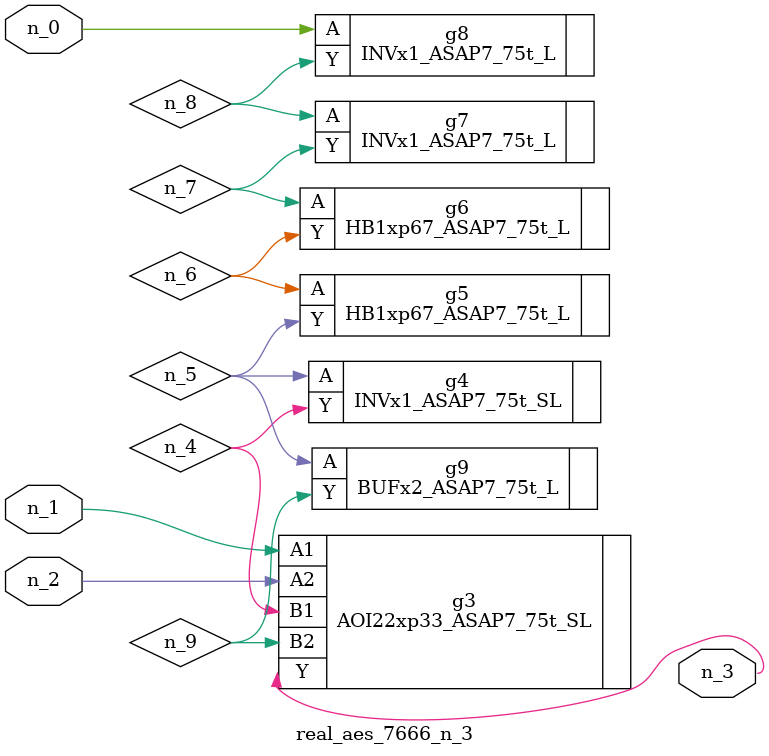
<source format=v>
module real_aes_7666_n_3 (n_0, n_2, n_1, n_3);
input n_0;
input n_2;
input n_1;
output n_3;
wire n_4;
wire n_5;
wire n_7;
wire n_9;
wire n_6;
wire n_8;
INVx1_ASAP7_75t_L g8 ( .A(n_0), .Y(n_8) );
AOI22xp33_ASAP7_75t_SL g3 ( .A1(n_1), .A2(n_2), .B1(n_4), .B2(n_9), .Y(n_3) );
INVx1_ASAP7_75t_SL g4 ( .A(n_5), .Y(n_4) );
BUFx2_ASAP7_75t_L g9 ( .A(n_5), .Y(n_9) );
HB1xp67_ASAP7_75t_L g5 ( .A(n_6), .Y(n_5) );
HB1xp67_ASAP7_75t_L g6 ( .A(n_7), .Y(n_6) );
INVx1_ASAP7_75t_L g7 ( .A(n_8), .Y(n_7) );
endmodule
</source>
